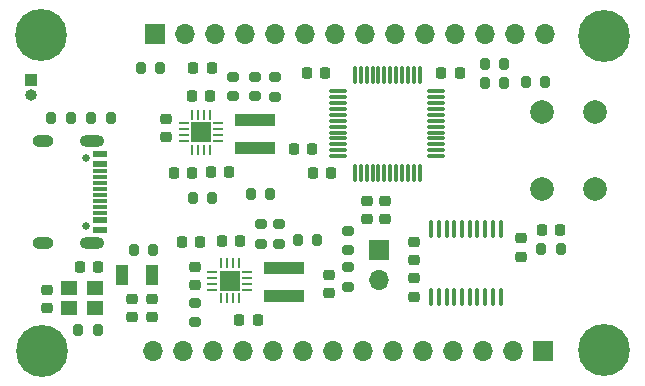
<source format=gbr>
%TF.GenerationSoftware,KiCad,Pcbnew,8.0.2-8.0.2-0~ubuntu22.04.1*%
%TF.CreationDate,2024-06-03T20:12:09+08:00*%
%TF.ProjectId,pcb-stm32,7063622d-7374-46d3-9332-2e6b69636164,rev?*%
%TF.SameCoordinates,Original*%
%TF.FileFunction,Soldermask,Top*%
%TF.FilePolarity,Negative*%
%FSLAX46Y46*%
G04 Gerber Fmt 4.6, Leading zero omitted, Abs format (unit mm)*
G04 Created by KiCad (PCBNEW 8.0.2-8.0.2-0~ubuntu22.04.1) date 2024-06-03 20:12:09*
%MOMM*%
%LPD*%
G01*
G04 APERTURE LIST*
G04 Aperture macros list*
%AMRoundRect*
0 Rectangle with rounded corners*
0 $1 Rounding radius*
0 $2 $3 $4 $5 $6 $7 $8 $9 X,Y pos of 4 corners*
0 Add a 4 corners polygon primitive as box body*
4,1,4,$2,$3,$4,$5,$6,$7,$8,$9,$2,$3,0*
0 Add four circle primitives for the rounded corners*
1,1,$1+$1,$2,$3*
1,1,$1+$1,$4,$5*
1,1,$1+$1,$6,$7*
1,1,$1+$1,$8,$9*
0 Add four rect primitives between the rounded corners*
20,1,$1+$1,$2,$3,$4,$5,0*
20,1,$1+$1,$4,$5,$6,$7,0*
20,1,$1+$1,$6,$7,$8,$9,0*
20,1,$1+$1,$8,$9,$2,$3,0*%
G04 Aperture macros list end*
%ADD10RoundRect,0.225000X0.250000X-0.225000X0.250000X0.225000X-0.250000X0.225000X-0.250000X-0.225000X0*%
%ADD11RoundRect,0.225000X0.225000X0.250000X-0.225000X0.250000X-0.225000X-0.250000X0.225000X-0.250000X0*%
%ADD12R,1.700000X1.700000*%
%ADD13O,1.700000X1.700000*%
%ADD14RoundRect,0.200000X0.200000X0.275000X-0.200000X0.275000X-0.200000X-0.275000X0.200000X-0.275000X0*%
%ADD15RoundRect,0.200000X-0.200000X-0.275000X0.200000X-0.275000X0.200000X0.275000X-0.200000X0.275000X0*%
%ADD16RoundRect,0.218750X0.256250X-0.218750X0.256250X0.218750X-0.256250X0.218750X-0.256250X-0.218750X0*%
%ADD17RoundRect,0.225000X-0.250000X0.225000X-0.250000X-0.225000X0.250000X-0.225000X0.250000X0.225000X0*%
%ADD18C,0.700000*%
%ADD19C,4.400000*%
%ADD20RoundRect,0.225000X-0.225000X-0.250000X0.225000X-0.250000X0.225000X0.250000X-0.225000X0.250000X0*%
%ADD21R,1.000000X1.800000*%
%ADD22RoundRect,0.200000X0.275000X-0.200000X0.275000X0.200000X-0.275000X0.200000X-0.275000X-0.200000X0*%
%ADD23RoundRect,0.062500X0.350000X0.062500X-0.350000X0.062500X-0.350000X-0.062500X0.350000X-0.062500X0*%
%ADD24RoundRect,0.062500X0.062500X0.350000X-0.062500X0.350000X-0.062500X-0.350000X0.062500X-0.350000X0*%
%ADD25R,1.680000X1.680000*%
%ADD26R,3.400000X0.980000*%
%ADD27RoundRect,0.200000X-0.275000X0.200000X-0.275000X-0.200000X0.275000X-0.200000X0.275000X0.200000X0*%
%ADD28R,1.000000X1.000000*%
%ADD29O,1.000000X1.000000*%
%ADD30RoundRect,0.075000X0.075000X-0.662500X0.075000X0.662500X-0.075000X0.662500X-0.075000X-0.662500X0*%
%ADD31RoundRect,0.075000X0.662500X-0.075000X0.662500X0.075000X-0.662500X0.075000X-0.662500X-0.075000X0*%
%ADD32C,2.000000*%
%ADD33RoundRect,0.218750X-0.218750X-0.256250X0.218750X-0.256250X0.218750X0.256250X-0.218750X0.256250X0*%
%ADD34R,1.400000X1.200000*%
%ADD35RoundRect,0.100000X0.100000X-0.637500X0.100000X0.637500X-0.100000X0.637500X-0.100000X-0.637500X0*%
%ADD36C,0.650000*%
%ADD37R,1.240000X0.600000*%
%ADD38R,1.240000X0.300000*%
%ADD39O,2.100000X1.000000*%
%ADD40O,1.800000X1.000000*%
G04 APERTURE END LIST*
D10*
%TO.C,C5*%
X108100000Y-95325000D03*
X108100000Y-93775000D03*
%TD*%
D11*
%TO.C,C3*%
X151575000Y-88700000D03*
X150025000Y-88700000D03*
%TD*%
D10*
%TO.C,C10*%
X135200000Y-87775000D03*
X135200000Y-86225000D03*
%TD*%
D11*
%TO.C,C20*%
X121925000Y-77350000D03*
X120375000Y-77350000D03*
%TD*%
D12*
%TO.C,J3*%
X150080000Y-99000000D03*
D13*
X147540000Y-99000000D03*
X145000000Y-99000000D03*
X142460000Y-99000000D03*
X139920000Y-99000000D03*
X137380000Y-99000000D03*
X134840000Y-99000000D03*
X132300000Y-99000000D03*
X129760000Y-99000000D03*
X127220000Y-99000000D03*
X124680000Y-99000000D03*
X122140000Y-99000000D03*
X119600000Y-99000000D03*
X117060000Y-99000000D03*
%TD*%
D14*
%TO.C,R26*%
X127025000Y-85700000D03*
X125375000Y-85700000D03*
%TD*%
D11*
%TO.C,C13*%
X131675000Y-75400000D03*
X130125000Y-75400000D03*
%TD*%
D12*
%TO.C,J2*%
X117250000Y-72150000D03*
D13*
X119790000Y-72150000D03*
X122330000Y-72150000D03*
X124870000Y-72150000D03*
X127410000Y-72150000D03*
X129950000Y-72150000D03*
X132490000Y-72150000D03*
X135030000Y-72150000D03*
X137570000Y-72150000D03*
X140110000Y-72150000D03*
X142650000Y-72150000D03*
X145190000Y-72150000D03*
X147730000Y-72150000D03*
X150270000Y-72150000D03*
%TD*%
D11*
%TO.C,C22*%
X123525000Y-83850000D03*
X121975000Y-83850000D03*
%TD*%
D15*
%TO.C,R1*%
X148675000Y-76200000D03*
X150325000Y-76200000D03*
%TD*%
D16*
%TO.C,D1*%
X132000000Y-94087500D03*
X132000000Y-92512500D03*
%TD*%
D17*
%TO.C,C23*%
X139200000Y-92825000D03*
X139200000Y-94375000D03*
%TD*%
D10*
%TO.C,C17*%
X120700000Y-93375000D03*
X120700000Y-91825000D03*
%TD*%
D17*
%TO.C,C2*%
X115300000Y-94525000D03*
X115300000Y-96075000D03*
%TD*%
D11*
%TO.C,C14*%
X121075000Y-89700000D03*
X119525000Y-89700000D03*
%TD*%
D17*
%TO.C,C24*%
X139200000Y-89725000D03*
X139200000Y-91275000D03*
%TD*%
D18*
%TO.C,H4*%
X153650000Y-98900000D03*
X154133274Y-97733274D03*
X154133274Y-100066726D03*
X155300000Y-97250000D03*
D19*
X155300000Y-98900000D03*
D18*
X155300000Y-100550000D03*
X156466726Y-97733274D03*
X156466726Y-100066726D03*
X156950000Y-98900000D03*
%TD*%
D11*
%TO.C,C4*%
X112475000Y-91850000D03*
X110925000Y-91850000D03*
%TD*%
D12*
%TO.C,J4*%
X136200000Y-90400000D03*
D13*
X136200000Y-92940000D03*
%TD*%
D20*
%TO.C,C11*%
X129025000Y-81900000D03*
X130575000Y-81900000D03*
%TD*%
D21*
%TO.C,Y1*%
X117000000Y-92550000D03*
X114500000Y-92550000D03*
%TD*%
D11*
%TO.C,C21*%
X125975000Y-96350000D03*
X124425000Y-96350000D03*
%TD*%
D22*
%TO.C,R14*%
X126225000Y-89890000D03*
X126225000Y-88240000D03*
%TD*%
D23*
%TO.C,U5*%
X122625000Y-81202500D03*
X122625000Y-80702500D03*
X122625000Y-80202500D03*
X122625000Y-79702500D03*
D24*
X121912500Y-78990000D03*
X121412500Y-78990000D03*
X120912500Y-78990000D03*
X120412500Y-78990000D03*
D23*
X119700000Y-79702500D03*
X119700000Y-80202500D03*
X119700000Y-80702500D03*
X119700000Y-81202500D03*
D24*
X120412500Y-81915000D03*
X120912500Y-81915000D03*
X121412500Y-81915000D03*
X121912500Y-81915000D03*
D25*
X121162500Y-80452500D03*
%TD*%
D15*
%TO.C,R4*%
X110775000Y-97150000D03*
X112425000Y-97150000D03*
%TD*%
D26*
%TO.C,L2*%
X125700000Y-79430000D03*
X125700000Y-81800000D03*
%TD*%
D15*
%TO.C,R18*%
X120475000Y-86000000D03*
X122125000Y-86000000D03*
%TD*%
D27*
%TO.C,R17*%
X120700000Y-94875000D03*
X120700000Y-96525000D03*
%TD*%
D14*
%TO.C,R22*%
X113525000Y-79200000D03*
X111875000Y-79200000D03*
%TD*%
D11*
%TO.C,C15*%
X120437500Y-83852500D03*
X118887500Y-83852500D03*
%TD*%
D28*
%TO.C,J5*%
X106800000Y-76000000D03*
D29*
X106800000Y-77270000D03*
%TD*%
D14*
%TO.C,R20*%
X117725000Y-75000000D03*
X116075000Y-75000000D03*
%TD*%
D18*
%TO.C,H3*%
X106016726Y-98950000D03*
X106500000Y-97783274D03*
X106500000Y-100116726D03*
X107666726Y-97300000D03*
D19*
X107666726Y-98950000D03*
D18*
X107666726Y-100600000D03*
X108833452Y-97783274D03*
X108833452Y-100116726D03*
X109316726Y-98950000D03*
%TD*%
D30*
%TO.C,U2*%
X134190000Y-83882500D03*
X134690000Y-83882500D03*
X135190000Y-83882500D03*
X135690000Y-83882500D03*
X136190000Y-83882500D03*
X136690000Y-83882500D03*
X137190000Y-83882500D03*
X137690000Y-83882500D03*
X138190000Y-83882500D03*
X138690000Y-83882500D03*
X139190000Y-83882500D03*
X139690000Y-83882500D03*
D31*
X141102500Y-82470000D03*
X141102500Y-81970000D03*
X141102500Y-81470000D03*
X141102500Y-80970000D03*
X141102500Y-80470000D03*
X141102500Y-79970000D03*
X141102500Y-79470000D03*
X141102500Y-78970000D03*
X141102500Y-78470000D03*
X141102500Y-77970000D03*
X141102500Y-77470000D03*
X141102500Y-76970000D03*
D30*
X139690000Y-75557500D03*
X139190000Y-75557500D03*
X138690000Y-75557500D03*
X138190000Y-75557500D03*
X137690000Y-75557500D03*
X137190000Y-75557500D03*
X136690000Y-75557500D03*
X136190000Y-75557500D03*
X135690000Y-75557500D03*
X135190000Y-75557500D03*
X134690000Y-75557500D03*
X134190000Y-75557500D03*
D31*
X132777500Y-76970000D03*
X132777500Y-77470000D03*
X132777500Y-77970000D03*
X132777500Y-78470000D03*
X132777500Y-78970000D03*
X132777500Y-79470000D03*
X132777500Y-79970000D03*
X132777500Y-80470000D03*
X132777500Y-80970000D03*
X132777500Y-81470000D03*
X132777500Y-81970000D03*
X132777500Y-82470000D03*
%TD*%
D22*
%TO.C,R16*%
X123900000Y-77415000D03*
X123900000Y-75765000D03*
%TD*%
D15*
%TO.C,R2*%
X115475000Y-90400000D03*
X117125000Y-90400000D03*
%TD*%
D14*
%TO.C,R11*%
X131025000Y-89550000D03*
X129375000Y-89550000D03*
%TD*%
%TO.C,R23*%
X110125000Y-79200000D03*
X108475000Y-79200000D03*
%TD*%
D27*
%TO.C,R12*%
X127400000Y-75775000D03*
X127400000Y-77425000D03*
%TD*%
D11*
%TO.C,C16*%
X132175000Y-83900000D03*
X130625000Y-83900000D03*
%TD*%
D22*
%TO.C,R13*%
X127800000Y-89890000D03*
X127800000Y-88240000D03*
%TD*%
D16*
%TO.C,D3*%
X148300000Y-90987500D03*
X148300000Y-89412500D03*
%TD*%
D32*
%TO.C,SW1*%
X150050000Y-85250000D03*
X150050000Y-78750000D03*
X154550000Y-85250000D03*
X154550000Y-78750000D03*
%TD*%
D15*
%TO.C,R24*%
X145200000Y-74700000D03*
X146850000Y-74700000D03*
%TD*%
%TO.C,R25*%
X145200000Y-76300000D03*
X146850000Y-76300000D03*
%TD*%
D23*
%TO.C,U4*%
X125057500Y-93765000D03*
X125057500Y-93265000D03*
X125057500Y-92765000D03*
X125057500Y-92265000D03*
D24*
X124345000Y-91552500D03*
X123845000Y-91552500D03*
X123345000Y-91552500D03*
X122845000Y-91552500D03*
D23*
X122132500Y-92265000D03*
X122132500Y-92765000D03*
X122132500Y-93265000D03*
X122132500Y-93765000D03*
D24*
X122845000Y-94477500D03*
X123345000Y-94477500D03*
X123845000Y-94477500D03*
X124345000Y-94477500D03*
D25*
X123595000Y-93015000D03*
%TD*%
D33*
%TO.C,D2*%
X120512500Y-75000000D03*
X122087500Y-75000000D03*
%TD*%
D26*
%TO.C,L1*%
X128200000Y-91965000D03*
X128200000Y-94335000D03*
%TD*%
D10*
%TO.C,C9*%
X136750000Y-87775000D03*
X136750000Y-86225000D03*
%TD*%
D22*
%TO.C,R19*%
X133600000Y-93525000D03*
X133600000Y-91875000D03*
%TD*%
D10*
%TO.C,C18*%
X118200000Y-80875000D03*
X118200000Y-79325000D03*
%TD*%
D22*
%TO.C,R15*%
X125700000Y-77415000D03*
X125700000Y-75765000D03*
%TD*%
D18*
%TO.C,H2*%
X153650000Y-72300000D03*
X154133274Y-71133274D03*
X154133274Y-73466726D03*
X155300000Y-70650000D03*
D19*
X155300000Y-72300000D03*
D18*
X155300000Y-73950000D03*
X156466726Y-71133274D03*
X156466726Y-73466726D03*
X156950000Y-72300000D03*
%TD*%
D17*
%TO.C,C1*%
X117000000Y-94525000D03*
X117000000Y-96075000D03*
%TD*%
D22*
%TO.C,R3*%
X133600000Y-90425000D03*
X133600000Y-88775000D03*
%TD*%
D15*
%TO.C,R21*%
X149975000Y-90325000D03*
X151625000Y-90325000D03*
%TD*%
D34*
%TO.C,Y2*%
X112200000Y-93600000D03*
X110000000Y-93600000D03*
X110000000Y-95300000D03*
X112200000Y-95300000D03*
%TD*%
D18*
%TO.C,H1*%
X106000000Y-72250000D03*
X106483274Y-71083274D03*
X106483274Y-73416726D03*
X107650000Y-70600000D03*
D19*
X107650000Y-72250000D03*
D18*
X107650000Y-73900000D03*
X108816726Y-71083274D03*
X108816726Y-73416726D03*
X109300000Y-72250000D03*
%TD*%
D11*
%TO.C,C19*%
X124475000Y-89665000D03*
X122925000Y-89665000D03*
%TD*%
D20*
%TO.C,C12*%
X141525000Y-75400000D03*
X143075000Y-75400000D03*
%TD*%
D35*
%TO.C,U3*%
X140675000Y-94362500D03*
X141325000Y-94362500D03*
X141975000Y-94362500D03*
X142625000Y-94362500D03*
X143275000Y-94362500D03*
X143925000Y-94362500D03*
X144575000Y-94362500D03*
X145225000Y-94362500D03*
X145875000Y-94362500D03*
X146525000Y-94362500D03*
X146525000Y-88637500D03*
X145875000Y-88637500D03*
X145225000Y-88637500D03*
X144575000Y-88637500D03*
X143925000Y-88637500D03*
X143275000Y-88637500D03*
X142625000Y-88637500D03*
X141975000Y-88637500D03*
X141325000Y-88637500D03*
X140675000Y-88637500D03*
%TD*%
D36*
%TO.C,J1*%
X111455000Y-82610000D03*
X111455000Y-88390000D03*
D37*
X112575000Y-82300000D03*
X112575000Y-83100000D03*
D38*
X112575000Y-84250000D03*
X112575000Y-85250000D03*
X112575000Y-85750000D03*
X112575000Y-86750000D03*
D37*
X112575000Y-87900000D03*
X112575000Y-88700000D03*
X112575000Y-88700000D03*
X112575000Y-87900000D03*
D38*
X112575000Y-87250000D03*
X112575000Y-86250000D03*
X112575000Y-84750000D03*
X112575000Y-83750000D03*
D37*
X112575000Y-83100000D03*
X112575000Y-82300000D03*
D39*
X111975000Y-81180000D03*
D40*
X107775000Y-81180000D03*
D39*
X111975000Y-89820000D03*
D40*
X107775000Y-89820000D03*
%TD*%
M02*

</source>
